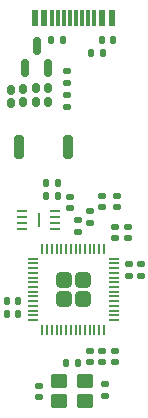
<source format=gbr>
%TF.GenerationSoftware,KiCad,Pcbnew,9.0.5*%
%TF.CreationDate,2025-11-27T10:56:10-06:00*%
%TF.ProjectId,devboard,64657662-6f61-4726-942e-6b696361645f,rev?*%
%TF.SameCoordinates,Original*%
%TF.FileFunction,Paste,Top*%
%TF.FilePolarity,Positive*%
%FSLAX46Y46*%
G04 Gerber Fmt 4.6, Leading zero omitted, Abs format (unit mm)*
G04 Created by KiCad (PCBNEW 9.0.5) date 2025-11-27 10:56:10*
%MOMM*%
%LPD*%
G01*
G04 APERTURE LIST*
G04 Aperture macros list*
%AMRoundRect*
0 Rectangle with rounded corners*
0 $1 Rounding radius*
0 $2 $3 $4 $5 $6 $7 $8 $9 X,Y pos of 4 corners*
0 Add a 4 corners polygon primitive as box body*
4,1,4,$2,$3,$4,$5,$6,$7,$8,$9,$2,$3,0*
0 Add four circle primitives for the rounded corners*
1,1,$1+$1,$2,$3*
1,1,$1+$1,$4,$5*
1,1,$1+$1,$6,$7*
1,1,$1+$1,$8,$9*
0 Add four rect primitives between the rounded corners*
20,1,$1+$1,$2,$3,$4,$5,0*
20,1,$1+$1,$4,$5,$6,$7,0*
20,1,$1+$1,$6,$7,$8,$9,0*
20,1,$1+$1,$8,$9,$2,$3,0*%
G04 Aperture macros list end*
%ADD10RoundRect,0.140000X-0.170000X0.140000X-0.170000X-0.140000X0.170000X-0.140000X0.170000X0.140000X0*%
%ADD11RoundRect,0.249999X-0.395001X-0.395001X0.395001X-0.395001X0.395001X0.395001X-0.395001X0.395001X0*%
%ADD12RoundRect,0.050000X-0.387500X-0.050000X0.387500X-0.050000X0.387500X0.050000X-0.387500X0.050000X0*%
%ADD13RoundRect,0.050000X-0.050000X-0.387500X0.050000X-0.387500X0.050000X0.387500X-0.050000X0.387500X0*%
%ADD14RoundRect,0.200000X-0.200000X-0.800000X0.200000X-0.800000X0.200000X0.800000X-0.200000X0.800000X0*%
%ADD15RoundRect,0.140000X-0.140000X-0.170000X0.140000X-0.170000X0.140000X0.170000X-0.140000X0.170000X0*%
%ADD16RoundRect,0.040000X-0.040000X-0.605000X0.040000X-0.605000X0.040000X0.605000X-0.040000X0.605000X0*%
%ADD17RoundRect,0.062500X-0.387500X-0.062500X0.387500X-0.062500X0.387500X0.062500X-0.387500X0.062500X0*%
%ADD18RoundRect,0.135000X0.135000X0.185000X-0.135000X0.185000X-0.135000X-0.185000X0.135000X-0.185000X0*%
%ADD19RoundRect,0.160000X-0.160000X0.222500X-0.160000X-0.222500X0.160000X-0.222500X0.160000X0.222500X0*%
%ADD20RoundRect,0.135000X-0.135000X-0.185000X0.135000X-0.185000X0.135000X0.185000X-0.135000X0.185000X0*%
%ADD21RoundRect,0.140000X0.170000X-0.140000X0.170000X0.140000X-0.170000X0.140000X-0.170000X-0.140000X0*%
%ADD22RoundRect,0.135000X0.185000X-0.135000X0.185000X0.135000X-0.185000X0.135000X-0.185000X-0.135000X0*%
%ADD23RoundRect,0.150000X0.150000X-0.587500X0.150000X0.587500X-0.150000X0.587500X-0.150000X-0.587500X0*%
%ADD24RoundRect,0.250000X0.450000X0.350000X-0.450000X0.350000X-0.450000X-0.350000X0.450000X-0.350000X0*%
%ADD25R,0.600000X1.450000*%
%ADD26R,0.300000X1.450000*%
%ADD27RoundRect,0.140000X0.140000X0.170000X-0.140000X0.170000X-0.140000X-0.170000X0.140000X-0.170000X0*%
G04 APERTURE END LIST*
D10*
%TO.C,C15*%
X119766202Y-110995069D03*
X119766202Y-111955069D03*
%TD*%
D11*
%TO.C,U1*%
X121834375Y-102021875D03*
X121834375Y-103621875D03*
X123434375Y-102021875D03*
X123434375Y-103621875D03*
D12*
X119196875Y-100221875D03*
X119196875Y-100621875D03*
X119196875Y-101021875D03*
X119196875Y-101421875D03*
X119196875Y-101821875D03*
X119196875Y-102221875D03*
X119196875Y-102621875D03*
X119196875Y-103021875D03*
X119196875Y-103421875D03*
X119196875Y-103821875D03*
X119196875Y-104221875D03*
X119196875Y-104621875D03*
X119196875Y-105021875D03*
X119196875Y-105421875D03*
D13*
X120034375Y-106259375D03*
X120434375Y-106259375D03*
X120834375Y-106259375D03*
X121234375Y-106259375D03*
X121634375Y-106259375D03*
X122034375Y-106259375D03*
X122434375Y-106259375D03*
X122834375Y-106259375D03*
X123234375Y-106259375D03*
X123634375Y-106259375D03*
X124034375Y-106259375D03*
X124434375Y-106259375D03*
X124834375Y-106259375D03*
X125234375Y-106259375D03*
D12*
X126071875Y-105421875D03*
X126071875Y-105021875D03*
X126071875Y-104621875D03*
X126071875Y-104221875D03*
X126071875Y-103821875D03*
X126071875Y-103421875D03*
X126071875Y-103021875D03*
X126071875Y-102621875D03*
X126071875Y-102221875D03*
X126071875Y-101821875D03*
X126071875Y-101421875D03*
X126071875Y-101021875D03*
X126071875Y-100621875D03*
X126071875Y-100221875D03*
D13*
X125234375Y-99384375D03*
X124834375Y-99384375D03*
X124434375Y-99384375D03*
X124034375Y-99384375D03*
X123634375Y-99384375D03*
X123234375Y-99384375D03*
X122834375Y-99384375D03*
X122434375Y-99384375D03*
X122034375Y-99384375D03*
X121634375Y-99384375D03*
X121234375Y-99384375D03*
X120834375Y-99384375D03*
X120434375Y-99384375D03*
X120034375Y-99384375D03*
%TD*%
D10*
%TO.C,C7*%
X127333924Y-100700217D03*
X127333924Y-101660217D03*
%TD*%
D14*
%TO.C,SW1*%
X118022608Y-90774111D03*
X122222608Y-90774111D03*
%TD*%
D15*
%TO.C,C14*%
X125035937Y-81701227D03*
X125995937Y-81701227D03*
%TD*%
D16*
%TO.C,U2*%
X119702078Y-96943214D03*
D17*
X118277078Y-96193214D03*
X118277078Y-96693214D03*
X118277078Y-97193214D03*
X118277078Y-97693214D03*
X121127078Y-97693214D03*
X121127078Y-97193214D03*
X121127078Y-96693214D03*
X121127078Y-96193214D03*
%TD*%
D18*
%TO.C,R6*%
X121385119Y-94890104D03*
X120365119Y-94890104D03*
%TD*%
D19*
%TO.C,D3*%
X117365218Y-85916278D03*
X117365218Y-87061278D03*
%TD*%
D20*
%TO.C,R2*%
X120747343Y-81693889D03*
X121767343Y-81693889D03*
%TD*%
D10*
%TO.C,C12*%
X126150978Y-108053582D03*
X126150978Y-109013582D03*
%TD*%
D21*
%TO.C,C11*%
X122369567Y-95951788D03*
X122369567Y-94991788D03*
%TD*%
D10*
%TO.C,C6*%
X122074874Y-84350888D03*
X122074874Y-85310888D03*
%TD*%
D22*
%TO.C,R4*%
X124055967Y-97194913D03*
X124055967Y-96174913D03*
%TD*%
D19*
%TO.C,D2*%
X118373753Y-85823339D03*
X118373753Y-86968339D03*
%TD*%
D23*
%TO.C,U4*%
X118598573Y-84076977D03*
X120498573Y-84076977D03*
X119548573Y-82201977D03*
%TD*%
D22*
%TO.C,R3*%
X123025820Y-97963214D03*
X123025820Y-96943214D03*
%TD*%
D19*
%TO.C,D1*%
X119447277Y-85795224D03*
X119447277Y-86940224D03*
%TD*%
D21*
%TO.C,C2*%
X125116904Y-95874595D03*
X125116904Y-94914595D03*
%TD*%
D10*
%TO.C,C9*%
X124048653Y-108042190D03*
X124048653Y-109002190D03*
%TD*%
%TO.C,C10*%
X125091290Y-108052506D03*
X125091290Y-109012506D03*
%TD*%
D19*
%TO.C,D4*%
X120504982Y-85783218D03*
X120504982Y-86928218D03*
%TD*%
D10*
%TO.C,C8*%
X128358481Y-100694190D03*
X128358481Y-101654190D03*
%TD*%
D21*
%TO.C,C13*%
X126202721Y-98478341D03*
X126202721Y-97518341D03*
%TD*%
D20*
%TO.C,R5*%
X122056712Y-109018289D03*
X123076712Y-109018289D03*
%TD*%
D24*
%TO.C,Y1*%
X123597696Y-110569176D03*
X121397696Y-110569176D03*
X121397696Y-112269176D03*
X123597696Y-112269176D03*
%TD*%
D20*
%TO.C,R1*%
X124114502Y-82771738D03*
X125134502Y-82771738D03*
%TD*%
D25*
%TO.C,J1*%
X125884375Y-79866875D03*
X125084375Y-79866875D03*
D26*
X123884375Y-79866875D03*
X122884375Y-79866875D03*
X122384375Y-79866875D03*
X121384375Y-79866875D03*
D25*
X120184375Y-79866875D03*
X119384375Y-79866875D03*
X119384375Y-79866875D03*
X120184375Y-79866875D03*
D26*
X120884375Y-79866875D03*
X121884375Y-79866875D03*
X123384375Y-79866875D03*
X124384375Y-79866875D03*
D25*
X125084375Y-79866875D03*
X125884375Y-79866875D03*
%TD*%
D27*
%TO.C,C1*%
X117986715Y-104887157D03*
X117026715Y-104887157D03*
%TD*%
D21*
%TO.C,C4*%
X127250394Y-98479914D03*
X127250394Y-97519914D03*
%TD*%
%TO.C,C16*%
X125291658Y-111812169D03*
X125291658Y-110852169D03*
%TD*%
D18*
%TO.C,R7*%
X121321639Y-93829353D03*
X120301639Y-93829353D03*
%TD*%
D21*
%TO.C,C3*%
X126310212Y-95838434D03*
X126310212Y-94878434D03*
%TD*%
D27*
%TO.C,C17*%
X117978543Y-103834818D03*
X117018543Y-103834818D03*
%TD*%
D10*
%TO.C,C5*%
X122086396Y-86404100D03*
X122086396Y-87364100D03*
%TD*%
M02*

</source>
